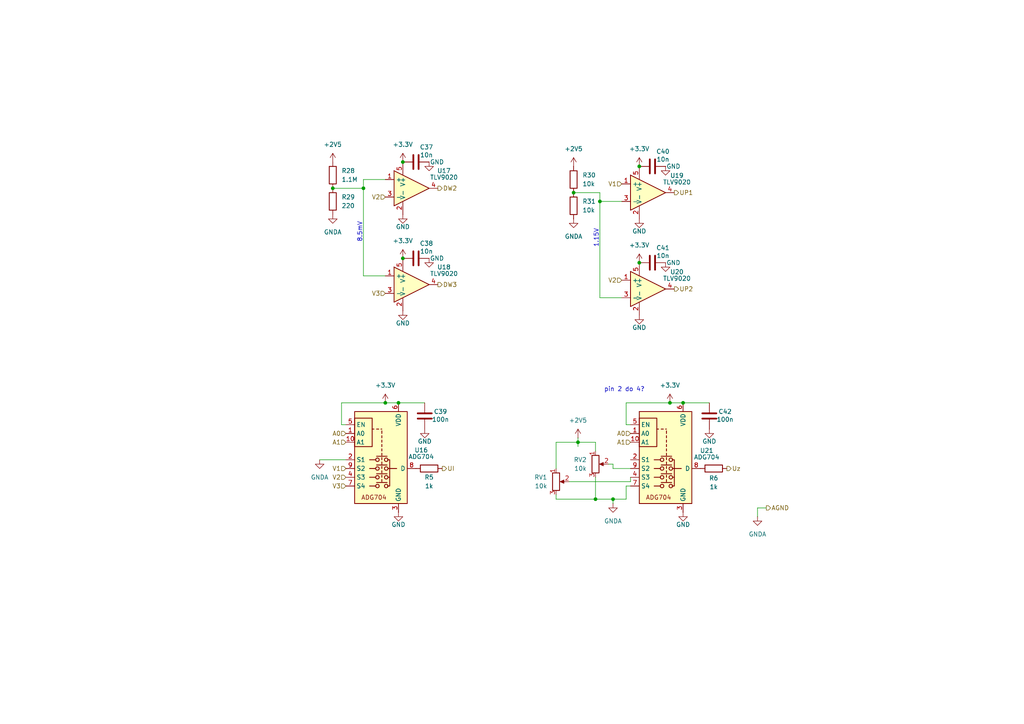
<source format=kicad_sch>
(kicad_sch (version 20231120) (generator "eeschema") (generator_version "8.0")
  (paper "A4")
  (lib_symbols
    (symbol "Device:C" (pin_numbers hide) (pin_names (offset 0.254))
      (property "Reference" "C" (at 0.635 2.54 0))
      (property "Value" "C" (at 0.635 -2.54 0))
      (symbol "C_0_1"
        (polyline (pts (xy -2.032 -0.762) (xy 2.032 -0.762)) (stroke (width 0.508)))
        (polyline (pts (xy -2.032 0.762) (xy 2.032 0.762)) (stroke (width 0.508)))
      )
      (symbol "C_1_1"
        (pin passive line (at 0 3.81 270) (length 2.794) (name "~") (number "1"))
        (pin passive line (at 0 -3.81 90) (length 2.794) (name "~") (number "2"))
      )
    )
    (symbol "Device:R" (pin_numbers hide) (pin_names (offset 0))
      (property "Reference" "R" (at 2.032 0 90))
      (property "Value" "R" (at 0 0 90))
      (symbol "R_0_1"
        (rectangle (start -1.016 -2.54) (end 1.016 2.54) (stroke (width 0.254)))
      )
      (symbol "R_1_1"
        (pin passive line (at 0 3.81 270) (length 1.27) (name "~") (number "1"))
        (pin passive line (at 0 -3.81 90) (length 1.27) (name "~") (number "2"))
      )
    )
    (symbol "Device:R_Potentiometer" (pin_names (offset 1.016) hide)
      (property "Reference" "RV" (at -4.445 0 90))
      (property "Value" "R_Potentiometer" (at -2.54 0 90))
      (symbol "R_Potentiometer_0_1"
        (polyline (pts (xy 2.54 0) (xy 1.524 0)))
        (polyline (pts (xy 1.143 0) (xy 2.286 0.508) (xy 2.286 -0.508) (xy 1.143 0)) (fill (type outline)))
        (rectangle (start 1.016 2.54) (end -1.016 -2.54) (stroke (width 0.254)))
      )
      (symbol "R_Potentiometer_1_1"
        (pin passive line (at 0 3.81 270) (length 1.27) (name "1") (number "1"))
        (pin passive line (at 3.81 0 180) (length 1.27) (name "2") (number "2"))
        (pin passive line (at 0 -3.81 90) (length 1.27) (name "3") (number "3"))
      )
    )
    (symbol "power:+2V5" (power) (pin_numbers hide) (pin_names (offset 0) hide)
      (property "Value" "+2V5" (at 0 3.556 0))
      (symbol "+2V5_0_1"
        (polyline (pts (xy -0.762 1.27) (xy 0 2.54)))
        (polyline (pts (xy 0 0) (xy 0 2.54)))
        (polyline (pts (xy 0 2.54) (xy 0.762 1.27)))
      )
      (symbol "+2V5_1_1"
        (pin power_in line (at 0 0 90) (length 0) (name "~") (number "1"))
      )
    )
    (symbol "power:+3.3V" (power) (pin_numbers hide) (pin_names (offset 0) hide)
      (property "Value" "+3.3V" (at 0 3.556 0))
      (symbol "+3.3V_0_1"
        (polyline (pts (xy -0.762 1.27) (xy 0 2.54)))
        (polyline (pts (xy 0 0) (xy 0 2.54)))
        (polyline (pts (xy 0 2.54) (xy 0.762 1.27)))
      )
      (symbol "+3.3V_1_1"
        (pin power_in line (at 0 0 90) (length 0) (name "~") (number "1"))
      )
    )
    (symbol "power:GND" (power) (pin_numbers hide) (pin_names (offset 0) hide)
      (property "Value" "GND" (at 0 -3.81 0))
      (symbol "GND_0_1"
        (polyline (pts (xy 0 0) (xy 0 -1.27) (xy 1.27 -1.27) (xy 0 -2.54) (xy -1.27 -1.27) (xy 0 -1.27)))
      )
      (symbol "GND_1_1"
        (pin power_in line (at 0 0 270) (length 0) (name "~") (number "1"))
      )
    )
    (symbol "power:GND1" (power) (pin_numbers hide) (pin_names (offset 0) hide)
      (property "Value" "GND1" (at 0 -3.81 0))
      (symbol "GND1_0_1"
        (polyline (pts (xy 0 0) (xy 0 -1.27) (xy 1.27 -1.27) (xy 0 -2.54) (xy -1.27 -1.27) (xy 0 -1.27)))
      )
      (symbol "GND1_1_1"
        (pin power_in line (at 0 0 270) (length 0) (name "~") (number "1"))
      )
    )
    (symbol "własna:ADG704"
      (property "Reference" "U" (at 0 0 0))
      (symbol "ADG704_0_1"
        (rectangle (start -2.54 -3.175) (end 2.54 -11.43) (stroke (width 0.254)))
        (rectangle (start -2.54 -1.27) (end 12.7 -27.94) (stroke (width 0.254)) (fill (type background)))
        (polyline (pts (xy 3.048 -6.35) (xy 2.54 -6.35)) (stroke (width 0.254)))
        (polyline (pts (xy 3.556 -22.86) (xy 1.778 -22.86)) (stroke (width 0.254)))
        (polyline (pts (xy 3.556 -20.32) (xy 1.778 -20.32)) (stroke (width 0.254)))
        (polyline (pts (xy 3.556 -17.78) (xy 1.778 -17.78)) (stroke (width 0.254)))
        (polyline (pts (xy 3.556 -15.24) (xy 1.778 -15.24)) (stroke (width 0.254)))
        (polyline (pts (xy 3.81 -21.844) (xy 6.858 -21.844)) (stroke (width 0.254)))
        (polyline (pts (xy 3.81 -19.304) (xy 6.858 -19.304)) (stroke (width 0.254)))
        (polyline (pts (xy 3.81 -16.764) (xy 6.858 -16.764)) (stroke (width 0.254)))
        (polyline (pts (xy 3.81 -14.224) (xy 6.858 -14.224)) (stroke (width 0.254)))
        (polyline (pts (xy 3.81 -6.35) (xy 4.445 -6.35)) (stroke (width 0.254)))
        (polyline (pts (xy 5.334 -21.59) (xy 5.334 -20.955)) (stroke (width 0.254)))
        (polyline (pts (xy 5.334 -20.32) (xy 5.334 -19.685)) (stroke (width 0.254)))
        (polyline (pts (xy 5.334 -19.05) (xy 5.334 -18.415)) (stroke (width 0.254)))
        (polyline (pts (xy 5.334 -17.78) (xy 5.334 -17.145)) (stroke (width 0.254)))
        (polyline (pts (xy 5.334 -16.51) (xy 5.334 -15.875)) (stroke (width 0.254)))
        (polyline (pts (xy 5.334 -15.24) (xy 5.334 -14.605)) (stroke (width 0.254)))
        (polyline (pts (xy 5.334 -13.97) (xy 5.334 -13.335)) (stroke (width 0.254)))
        (polyline (pts (xy 5.334 -12.7) (xy 5.334 -12.065)) (stroke (width 0.254)))
        (polyline (pts (xy 5.334 -11.43) (xy 5.334 -10.795)) (stroke (width 0.254)))
        (polyline (pts (xy 5.334 -10.16) (xy 5.334 -9.525)) (stroke (width 0.254)))
        (polyline (pts (xy 5.334 -8.89) (xy 5.334 -8.255)) (stroke (width 0.254)))
        (polyline (pts (xy 5.334 -7.62) (xy 5.334 -6.858)) (stroke (width 0.254)))
        (polyline (pts (xy 5.334 -6.35) (xy 5.08 -6.35)) (stroke (width 0.254)))
        (polyline (pts (xy 7.112 -20.32) (xy 7.62 -20.32)) (stroke (width 0.254)))
        (polyline (pts (xy 7.112 -17.78) (xy 7.62 -17.78)) (stroke (width 0.254)))
        (polyline (pts (xy 7.62 -17.78) (xy 9.652 -17.78)) (stroke (width 0.254)))
        (polyline (pts (xy 6.985 -22.86) (xy 7.62 -22.86) (xy 7.62 -15.24) (xy 6.985 -15.24)) (stroke (width 0.254)))
        (circle (center 4.064 -22.86) (radius 0.508) (stroke (width 0.254)))
        (circle (center 4.064 -20.32) (radius 0.508) (stroke (width 0.254)))
        (circle (center 4.064 -17.78) (radius 0.508) (stroke (width 0.254)))
        (circle (center 4.064 -15.24) (radius 0.508) (stroke (width 0.254)))
        (circle (center 6.604 -22.86) (radius 0.508) (stroke (width 0.254)))
        (circle (center 6.604 -20.32) (radius 0.508) (stroke (width 0.254)))
        (circle (center 6.604 -17.78) (radius 0.508) (stroke (width 0.254)))
        (circle (center 6.604 -15.24) (radius 0.508) (stroke (width 0.254)))
      )
      (symbol "ADG704_1_1"
        (text "ADG704" (at 3.048 -26.162 0) (effects (font (size 1.27 1.27))))
        (pin input line (at -5.08 -7.62 0) (length 2.54) (name "A0") (number "1"))
        (pin input line (at -5.08 -10.16 0) (length 2.54) (name "A1") (number "10"))
        (pin bidirectional line (at -5.08 -15.24 0) (length 2.54) (name "S1") (number "2"))
        (pin power_in line (at 10.16 -30.48 90) (length 2.54) (name "GND") (number "3"))
        (pin bidirectional line (at -5.08 -20.32 0) (length 2.54) (name "S3") (number "4"))
        (pin input line (at -5.08 -5.08 0) (length 2.54) (name "EN") (number "5"))
        (pin power_in line (at 10.16 1.27 270) (length 2.54) (name "VDD") (number "6"))
        (pin bidirectional line (at -5.08 -22.86 0) (length 2.54) (name "S4") (number "7"))
        (pin bidirectional line (at 15.24 -17.78 180) (length 2.54) (name "D") (number "8"))
        (pin bidirectional line (at -5.08 -17.78 0) (length 2.54) (name "S2") (number "9"))
      )
    )
    (symbol "własna:TLV9020"
      (property "Reference" "U" (at 0 0 0))
      (symbol "TLV9020_0_1"
        (polyline (pts (xy -5.08 1.27) (xy -5.08 -8.89) (xy 5.08 -3.81) (xy -5.08 1.27)) (stroke (width 0.254)) (fill (type background)))
      )
      (symbol "TLV9020_1_1"
        (pin input line (at -7.62 -1.27 0) (length 2.54) (name "+") (number "1"))
        (pin power_in line (at -2.54 -11.43 90) (length 3.81) (name "V-") (number "2"))
        (pin input line (at -7.62 -6.35 0) (length 2.54) (name "-") (number "3"))
        (pin output line (at 7.62 -3.81 180) (length 2.54) (name "~") (number "4"))
        (pin power_in line (at -2.54 3.81 270) (length 3.81) (name "V+") (number "5"))
      )
    )
  )
  (junction (at 177.8 144.78))
  (junction (at 185.42 76.2))
  (junction (at 194.31 116.84))
  (junction (at 115.57 116.84))
  (junction (at 111.76 116.84))
  (junction (at 96.52 54.61))
  (junction (at 198.12 116.84))
  (junction (at 167.64 128.27))
  (junction (at 116.84 46.99))
  (junction (at 173.99 58.42))
  (junction (at 172.72 144.78))
  (junction (at 166.37 55.88))
  (junction (at 105.41 54.61))
  (junction (at 185.42 48.26))
  (junction (at 116.84 74.93))
  (wire (pts (xy 222.25 147.32) (xy 219.71 147.32)))
  (wire (pts (xy 105.41 54.61) (xy 105.41 52.07)))
  (wire (pts (xy 99.06 116.84) (xy 99.06 123.19)))
  (wire (pts (xy 181.61 140.97) (xy 182.88 140.97)))
  (wire (pts (xy 105.41 52.07) (xy 111.76 52.07)))
  (wire (pts (xy 115.57 116.84) (xy 123.19 116.84)))
  (wire (pts (xy 198.12 116.84) (xy 194.31 116.84)))
  (wire (pts (xy 165.1 139.7) (xy 182.88 139.7)))
  (wire (pts (xy 161.29 135.89) (xy 161.29 128.27)))
  (wire (pts (xy 219.71 147.32) (xy 219.71 149.86)))
  (wire (pts (xy 111.76 80.01) (xy 105.41 80.01)))
  (wire (pts (xy 167.64 127) (xy 167.64 128.27)))
  (wire (pts (xy 167.64 128.27) (xy 172.72 128.27)))
  (wire (pts (xy 92.71 133.35) (xy 100.33 133.35)))
  (wire (pts (xy 198.12 116.84) (xy 205.74 116.84)))
  (wire (pts (xy 181.61 144.78) (xy 181.61 140.97)))
  (wire (pts (xy 96.52 54.61) (xy 105.41 54.61)))
  (wire (pts (xy 177.8 134.62) (xy 177.8 135.89)))
  (wire (pts (xy 105.41 80.01) (xy 105.41 54.61)))
  (wire (pts (xy 172.72 128.27) (xy 172.72 130.81)))
  (wire (pts (xy 177.8 144.78) (xy 181.61 144.78)))
  (wire (pts (xy 173.99 58.42) (xy 173.99 86.36)))
  (wire (pts (xy 172.72 138.43) (xy 172.72 144.78)))
  (wire (pts (xy 161.29 128.27) (xy 167.64 128.27)))
  (wire (pts (xy 172.72 144.78) (xy 177.8 144.78)))
  (wire (pts (xy 180.34 86.36) (xy 173.99 86.36)))
  (wire (pts (xy 182.88 139.7) (xy 182.88 138.43)))
  (wire (pts (xy 181.61 116.84) (xy 181.61 123.19)))
  (wire (pts (xy 115.57 116.84) (xy 111.76 116.84)))
  (wire (pts (xy 181.61 123.19) (xy 182.88 123.19)))
  (wire (pts (xy 161.29 144.78) (xy 172.72 144.78)))
  (wire (pts (xy 177.8 135.89) (xy 182.88 135.89)))
  (wire (pts (xy 111.76 116.84) (xy 99.06 116.84)))
  (wire (pts (xy 177.8 146.05) (xy 177.8 144.78)))
  (wire (pts (xy 166.37 55.88) (xy 173.99 55.88)))
  (wire (pts (xy 173.99 58.42) (xy 173.99 55.88)))
  (wire (pts (xy 99.06 123.19) (xy 100.33 123.19)))
  (wire (pts (xy 194.31 116.84) (xy 181.61 116.84)))
  (wire (pts (xy 167.64 128.27) (xy 167.64 129.54)))
  (wire (pts (xy 161.29 143.51) (xy 161.29 144.78)))
  (wire (pts (xy 173.99 58.42) (xy 180.34 58.42)))
  (wire (pts (xy 176.53 134.62) (xy 177.8 134.62)))
  (text "8.5mV\n" (at 104.394 67.31 90) (effects (font (size 1.27 1.27))))
  (text "1.15V" (at 172.974 69.088 90) (effects (font (size 1.27 1.27))))
  (text "pin 2 do 4?\n" (at 181.102 113.03 0) (effects (font (size 1.27 1.27))))
  (hierarchical_label "DW2" (shape output) (at 127 54.61 0))
  (hierarchical_label "A0" (shape input) (at 182.88 125.73 180))
  (hierarchical_label "A1" (shape input) (at 100.33 128.27 180))
  (hierarchical_label "AGND" (shape output) (at 222.25 147.32 0))
  (hierarchical_label "V2" (shape input) (at 111.76 57.15 180))
  (hierarchical_label "V2" (shape input) (at 100.33 138.43 180))
  (hierarchical_label "V3" (shape input) (at 100.33 140.97 180))
  (hierarchical_label "V1" (shape input) (at 100.33 135.89 180))
  (hierarchical_label "UI" (shape output) (at 128.27 135.89 0))
  (hierarchical_label "UP1" (shape output) (at 195.58 55.88 0))
  (hierarchical_label "A1" (shape input) (at 182.88 128.27 180))
  (hierarchical_label "UP2" (shape output) (at 195.58 83.82 0))
  (hierarchical_label "A0" (shape input) (at 100.33 125.73 180))
  (hierarchical_label "V3" (shape input) (at 111.76 85.09 180))
  (hierarchical_label "Uz" (shape output) (at 210.82 135.89 0))
  (hierarchical_label "V1" (shape input) (at 180.34 53.34 180))
  (hierarchical_label "V2" (shape input) (at 180.34 81.28 180))
  (hierarchical_label "DW3" (shape output) (at 127 82.55 0))
  (symbol (lib_id "power:GND1") (at 92.71 133.35 0) (unit 1)
    (property "Reference" "#PWR070" (effects (hide yes)))
    (property "Value" "GNDA" (at 92.71 138.43 0))
    (property "Description" "Power symbol creates a global label with name \"GND1\" , ground" (effects (hide yes)))
  )
  (symbol (lib_id "Device:R") (at 166.37 52.07 0) (mirror y) (unit 1)
    (property "Reference" "R30" (at 168.91 50.7999 0) (effects (justify right)))
    (property "Value" "10k" (at 168.91 53.3399 0) (effects (justify right)))
    (property "Footprint" "Resistor_SMD:R_0805_2012Metric_Pad1.20x1.40mm_HandSolder" (effects (hide yes)))
    (property "Description" "Resistor" (effects (hide yes)))
  )
  (symbol (lib_id "power:+3.3V") (at 116.84 46.99 0) (unit 1)
    (property "Reference" "#PWR075" (effects (hide yes)))
    (property "Value" "+3.3V" (at 116.84 41.91 0))
    (property "Description" "Power symbol creates a global label with name \"+3.3V\"" (effects (hide yes)))
  )
  (symbol (lib_id "Device:R") (at 166.37 59.69 0) (mirror y) (unit 1)
    (property "Reference" "R31" (at 168.91 58.4199 0) (effects (justify right)))
    (property "Value" "10k" (at 168.91 60.9599 0) (effects (justify right)))
    (property "Footprint" "Resistor_SMD:R_0805_2012Metric_Pad1.20x1.40mm_HandSolder" (effects (hide yes)))
    (property "Description" "Resistor" (effects (hide yes)))
  )
  (symbol (lib_id "własna:TLV9020") (at 187.96 52.07 0) (unit 1)
    (property "Reference" "U19" (at 196.342 50.9269 0))
    (property "Value" "TLV9020" (at 196.342 52.832 0))
    (property "Footprint" "Package_TO_SOT_SMD:SOT-23-5_HandSoldering" (effects (hide yes)))
  )
  (symbol (lib_id "power:+2V5") (at 96.52 46.99 0) (unit 1)
    (property "Reference" "#PWR071" (effects (hide yes)))
    (property "Value" "+2V5" (at 96.52 41.91 0))
    (property "Description" "Power symbol creates a global label with name \"+2V5\"" (effects (hide yes)))
  )
  (symbol (lib_id "power:GND") (at 115.57 148.59 0) (unit 1)
    (property "Reference" "#PWR074" (effects (hide yes)))
    (property "Value" "GND" (at 115.57 152.146 0))
    (property "Description" "Power symbol creates a global label with name \"GND\" , ground" (effects (hide yes)))
  )
  (symbol (lib_id "Device:R") (at 96.52 50.8 0) (mirror y) (unit 1)
    (property "Reference" "R28" (at 99.06 49.5299 0) (effects (justify right)))
    (property "Value" "1.1M" (at 99.06 52.0699 0) (effects (justify right)))
    (property "Footprint" "Resistor_SMD:R_0805_2012Metric_Pad1.20x1.40mm_HandSolder" (effects (hide yes)))
    (property "Description" "Resistor" (effects (hide yes)))
  )
  (symbol (lib_id "Device:R") (at 124.46 135.89 90) (unit 1)
    (property "Reference" "R5" (at 124.46 138.43 90))
    (property "Value" "1k" (at 124.46 140.97 90))
    (property "Footprint" "Resistor_SMD:R_0805_2012Metric_Pad1.20x1.40mm_HandSolder" (effects (hide yes)))
    (property "Description" "Resistor" (effects (hide yes)))
  )
  (symbol (lib_id "Device:C") (at 189.23 48.26 90) (mirror x) (unit 1)
    (property "Reference" "C40" (at 192.278 43.942 90))
    (property "Value" "10n" (at 192.278 46.228 90))
    (property "Footprint" "Capacitor_SMD:C_0805_2012Metric_Pad1.18x1.45mm_HandSolder" (effects (hide yes)))
    (property "Description" "Unpolarized capacitor" (effects (hide yes)))
  )
  (symbol (lib_id "własna:ADG704") (at 187.96 118.11 0) (unit 1)
    (property "Reference" "U21" (at 204.978 130.6829 0))
    (property "Value" "ADG704" (at 204.978 132.588 0))
    (property "Footprint" "Package_SO:MSOP-10_3x3mm_P0.5mm" (effects (hide yes)))
  )
  (symbol (lib_id "power:GND") (at 193.04 48.26 0) (unit 1)
    (property "Reference" "#PWR090" (effects (hide yes)))
    (property "Value" "GND" (at 195.326 48.26 0))
    (property "Description" "Power symbol creates a global label with name \"GND\" , ground" (effects (hide yes)))
  )
  (symbol (lib_id "własna:ADG704") (at 105.41 118.11 0) (unit 1)
    (property "Reference" "U16" (at 122.174 130.556 0))
    (property "Value" "ADG704" (at 122.174 132.4611 0))
    (property "Footprint" "Package_SO:MSOP-10_3x3mm_P0.5mm" (effects (hide yes)))
  )
  (symbol (lib_id "własna:TLV9020") (at 119.38 50.8 0) (unit 1)
    (property "Reference" "U17" (at 128.778 49.53 0))
    (property "Value" "TLV9020" (at 128.778 51.4351 0))
    (property "Footprint" "Package_TO_SOT_SMD:SOT-23-5_HandSoldering" (effects (hide yes)))
  )
  (symbol (lib_id "Device:R") (at 96.52 58.42 0) (mirror y) (unit 1)
    (property "Reference" "R29" (at 99.06 57.1499 0) (effects (justify right)))
    (property "Value" "220" (at 99.06 59.6899 0) (effects (justify right)))
    (property "Footprint" "Resistor_SMD:R_0805_2012Metric_Pad1.20x1.40mm_HandSolder" (effects (hide yes)))
    (property "Description" "Resistor" (effects (hide yes)))
  )
  (symbol (lib_id "power:GND") (at 124.46 46.99 0) (unit 1)
    (property "Reference" "#PWR080" (effects (hide yes)))
    (property "Value" "GND" (at 126.746 46.99 0))
    (property "Description" "Power symbol creates a global label with name \"GND\" , ground" (effects (hide yes)))
  )
  (symbol (lib_id "power:GND") (at 198.12 148.59 0) (unit 1)
    (property "Reference" "#PWR093" (effects (hide yes)))
    (property "Value" "GND" (at 198.12 152.146 0))
    (property "Description" "Power symbol creates a global label with name \"GND\" , ground" (effects (hide yes)))
  )
  (symbol (lib_id "power:+2V5") (at 167.64 127 0) (unit 1)
    (property "Reference" "#PWR084" (effects (hide yes)))
    (property "Value" "+2V5" (at 167.64 121.92 0))
    (property "Description" "Power symbol creates a global label with name \"+2V5\"" (effects (hide yes)))
  )
  (symbol (lib_id "Device:C") (at 189.23 76.2 90) (mirror x) (unit 1)
    (property "Reference" "C41" (at 192.278 71.882 90))
    (property "Value" "10n" (at 192.278 74.168 90))
    (property "Footprint" "Capacitor_SMD:C_0805_2012Metric_Pad1.18x1.45mm_HandSolder" (effects (hide yes)))
    (property "Description" "Unpolarized capacitor" (effects (hide yes)))
  )
  (symbol (lib_id "power:GND") (at 193.04 76.2 0) (unit 1)
    (property "Reference" "#PWR091" (effects (hide yes)))
    (property "Value" "GND" (at 195.326 76.2 0))
    (property "Description" "Power symbol creates a global label with name \"GND\" , ground" (effects (hide yes)))
  )
  (symbol (lib_id "Device:R_Potentiometer") (at 161.29 139.7 0) (unit 1)
    (property "Reference" "RV1" (at 158.75 138.4299 0) (effects (justify right)))
    (property "Value" "10k" (at 158.75 140.9699 0) (effects (justify right)))
    (property "Footprint" "Potentiometer_THT:Potentiometer_Bourns_3266W_Vertical" (effects (hide yes)))
    (property "Description" "Potentiometer" (effects (hide yes)))
  )
  (symbol (lib_id "Device:R_Potentiometer") (at 172.72 134.62 0) (unit 1)
    (property "Reference" "RV2" (at 170.18 133.3499 0) (effects (justify right)))
    (property "Value" "10k" (at 170.18 135.8899 0) (effects (justify right)))
    (property "Footprint" "Potentiometer_THT:Potentiometer_Bourns_3266W_Vertical" (effects (hide yes)))
    (property "Description" "Potentiometer" (effects (hide yes)))
  )
  (symbol (lib_id "power:+3.3V") (at 111.76 116.84 0) (unit 1)
    (property "Reference" "#PWR073" (effects (hide yes)))
    (property "Value" "+3.3V" (at 111.76 111.76 0))
    (property "Description" "Power symbol creates a global label with name \"+3.3V\"" (effects (hide yes)))
  )
  (symbol (lib_id "power:GND1") (at 219.71 149.86 0) (unit 1)
    (property "Reference" "#PWR095" (effects (hide yes)))
    (property "Value" "GNDA" (at 219.71 154.94 0))
    (property "Description" "Power symbol creates a global label with name \"GND1\" , ground" (effects (hide yes)))
  )
  (symbol (lib_id "power:GND1") (at 96.52 62.23 0) (unit 1)
    (property "Reference" "#PWR072" (effects (hide yes)))
    (property "Value" "GNDA" (at 96.52 67.31 0))
    (property "Description" "Power symbol creates a global label with name \"GND1\" , ground" (effects (hide yes)))
  )
  (symbol (lib_id "Device:C") (at 123.19 120.65 0) (mirror y) (unit 1)
    (property "Reference" "C39" (at 127.762 119.38 0))
    (property "Value" "100n" (at 127.762 121.666 0))
    (property "Footprint" "Capacitor_SMD:C_0805_2012Metric_Pad1.18x1.45mm_HandSolder" (effects (hide yes)))
    (property "Description" "Unpolarized capacitor" (effects (hide yes)))
  )
  (symbol (lib_id "power:+3.3V") (at 185.42 48.26 0) (unit 1)
    (property "Reference" "#PWR086" (effects (hide yes)))
    (property "Value" "+3.3V" (at 185.42 43.18 0))
    (property "Description" "Power symbol creates a global label with name \"+3.3V\"" (effects (hide yes)))
  )
  (symbol (lib_id "power:GND") (at 185.42 91.44 0) (unit 1)
    (property "Reference" "#PWR089" (effects (hide yes)))
    (property "Value" "GND" (at 185.42 94.996 0))
    (property "Description" "Power symbol creates a global label with name \"GND\" , ground" (effects (hide yes)))
  )
  (symbol (lib_id "power:GND") (at 116.84 62.23 0) (unit 1)
    (property "Reference" "#PWR076" (effects (hide yes)))
    (property "Value" "GND" (at 116.84 65.786 0))
    (property "Description" "Power symbol creates a global label with name \"GND\" , ground" (effects (hide yes)))
  )
  (symbol (lib_id "Device:C") (at 120.65 74.93 90) (mirror x) (unit 1)
    (property "Reference" "C38" (at 123.698 70.612 90))
    (property "Value" "10n" (at 123.698 72.898 90))
    (property "Footprint" "Capacitor_SMD:C_0805_2012Metric_Pad1.18x1.45mm_HandSolder" (effects (hide yes)))
    (property "Description" "Unpolarized capacitor" (effects (hide yes)))
  )
  (symbol (lib_id "power:GND") (at 124.46 74.93 0) (unit 1)
    (property "Reference" "#PWR081" (effects (hide yes)))
    (property "Value" "GND" (at 126.746 74.93 0))
    (property "Description" "Power symbol creates a global label with name \"GND\" , ground" (effects (hide yes)))
  )
  (symbol (lib_id "własna:TLV9020") (at 119.38 78.74 0) (unit 1)
    (property "Reference" "U18" (at 128.778 77.47 0))
    (property "Value" "TLV9020" (at 128.778 79.3751 0))
    (property "Footprint" "Package_TO_SOT_SMD:SOT-23-5_HandSoldering" (effects (hide yes)))
  )
  (symbol (lib_id "własna:TLV9020") (at 187.96 80.01 0) (unit 1)
    (property "Reference" "U20" (at 196.342 78.8669 0))
    (property "Value" "TLV9020" (at 196.342 80.772 0))
    (property "Footprint" "Package_TO_SOT_SMD:SOT-23-5_HandSoldering" (effects (hide yes)))
  )
  (symbol (lib_id "power:GND1") (at 166.37 63.5 0) (unit 1)
    (property "Reference" "#PWR083" (effects (hide yes)))
    (property "Value" "GNDA" (at 166.37 68.58 0))
    (property "Description" "Power symbol creates a global label with name \"GND1\" , ground" (effects (hide yes)))
  )
  (symbol (lib_id "power:GND") (at 185.42 63.5 0) (unit 1)
    (property "Reference" "#PWR087" (effects (hide yes)))
    (property "Value" "GND" (at 185.42 67.056 0))
    (property "Description" "Power symbol creates a global label with name \"GND\" , ground" (effects (hide yes)))
  )
  (symbol (lib_id "power:+3.3V") (at 116.84 74.93 0) (unit 1)
    (property "Reference" "#PWR077" (effects (hide yes)))
    (property "Value" "+3.3V" (at 116.84 69.85 0))
    (property "Description" "Power symbol creates a global label with name \"+3.3V\"" (effects (hide yes)))
  )
  (symbol (lib_id "power:+3.3V") (at 194.31 116.84 0) (unit 1)
    (property "Reference" "#PWR092" (effects (hide yes)))
    (property "Value" "+3.3V" (at 194.31 111.76 0))
    (property "Description" "Power symbol creates a global label with name \"+3.3V\"" (effects (hide yes)))
  )
  (symbol (lib_id "Device:C") (at 120.65 46.99 90) (mirror x) (unit 1)
    (property "Reference" "C37" (at 123.698 42.672 90))
    (property "Value" "10n" (at 123.698 44.958 90))
    (property "Footprint" "Capacitor_SMD:C_0805_2012Metric_Pad1.18x1.45mm_HandSolder" (effects (hide yes)))
    (property "Description" "Unpolarized capacitor" (effects (hide yes)))
  )
  (symbol (lib_id "power:GND") (at 123.19 124.46 0) (unit 1)
    (property "Reference" "#PWR079" (effects (hide yes)))
    (property "Value" "GND" (at 123.19 128.016 0))
    (property "Description" "Power symbol creates a global label with name \"GND\" , ground" (effects (hide yes)))
  )
  (symbol (lib_id "Device:C") (at 205.74 120.65 0) (mirror y) (unit 1)
    (property "Reference" "C42" (at 210.312 119.38 0))
    (property "Value" "100n" (at 210.312 121.666 0))
    (property "Footprint" "Capacitor_SMD:C_0805_2012Metric_Pad1.18x1.45mm_HandSolder" (effects (hide yes)))
    (property "Description" "Unpolarized capacitor" (effects (hide yes)))
  )
  (symbol (lib_id "power:+3.3V") (at 185.42 76.2 0) (unit 1)
    (property "Reference" "#PWR088" (effects (hide yes)))
    (property "Value" "+3.3V" (at 185.42 71.12 0))
    (property "Description" "Power symbol creates a global label with name \"+3.3V\"" (effects (hide yes)))
  )
  (symbol (lib_id "Device:R") (at 207.01 135.89 90) (unit 1)
    (property "Reference" "R6" (at 207.01 138.684 90))
    (property "Value" "1k" (at 207.01 141.224 90))
    (property "Footprint" "Resistor_SMD:R_0805_2012Metric_Pad1.20x1.40mm_HandSolder" (effects (hide yes)))
    (property "Description" "Resistor" (effects (hide yes)))
  )
  (symbol (lib_id "power:+2V5") (at 166.37 48.26 0) (unit 1)
    (property "Reference" "#PWR082" (effects (hide yes)))
    (property "Value" "+2V5" (at 166.37 43.18 0))
    (property "Description" "Power symbol creates a global label with name \"+2V5\"" (effects (hide yes)))
  )
  (symbol (lib_id "power:GND1") (at 177.8 146.05 0) (unit 1)
    (property "Reference" "#PWR085" (effects (hide yes)))
    (property "Value" "GNDA" (at 177.8 151.13 0))
    (property "Description" "Power symbol creates a global label with name \"GND1\" , ground" (effects (hide yes)))
  )
  (symbol (lib_id "power:GND") (at 205.74 124.46 0) (unit 1)
    (property "Reference" "#PWR094" (effects (hide yes)))
    (property "Value" "GND" (at 205.74 128.016 0))
    (property "Description" "Power symbol creates a global label with name \"GND\" , ground" (effects (hide yes)))
  )
  (symbol (lib_id "power:GND") (at 116.84 90.17 0) (unit 1)
    (property "Reference" "#PWR078" (effects (hide yes)))
    (property "Value" "GND" (at 116.84 93.726 0))
    (property "Description" "Power symbol creates a global label with name \"GND\" , ground" (effects (hide yes)))
  )
)
</source>
